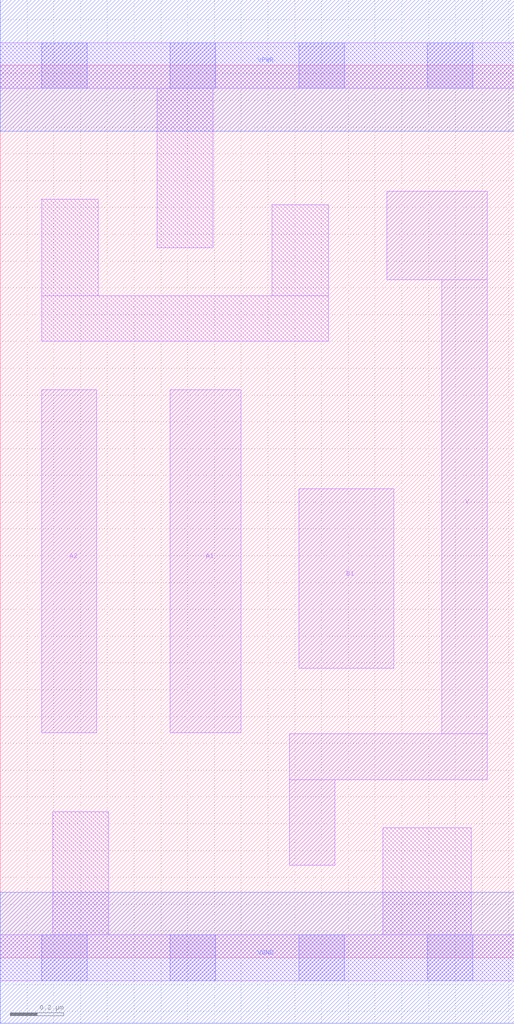
<source format=lef>
# Copyright 2020 The SkyWater PDK Authors
#
# Licensed under the Apache License, Version 2.0 (the "License");
# you may not use this file except in compliance with the License.
# You may obtain a copy of the License at
#
#     https://www.apache.org/licenses/LICENSE-2.0
#
# Unless required by applicable law or agreed to in writing, software
# distributed under the License is distributed on an "AS IS" BASIS,
# WITHOUT WARRANTIES OR CONDITIONS OF ANY KIND, either express or implied.
# See the License for the specific language governing permissions and
# limitations under the License.
#
# SPDX-License-Identifier: Apache-2.0

VERSION 5.7 ;
  NAMESCASESENSITIVE ON ;
  NOWIREEXTENSIONATPIN ON ;
  DIVIDERCHAR "/" ;
  BUSBITCHARS "[]" ;
UNITS
  DATABASE MICRONS 200 ;
END UNITS
MACRO sky130_fd_sc_lp__a21oi_m
  CLASS CORE ;
  SOURCE USER ;
  FOREIGN sky130_fd_sc_lp__a21oi_m ;
  ORIGIN  0.000000  0.000000 ;
  SIZE  1.920000 BY  3.330000 ;
  SYMMETRY X Y R90 ;
  SITE unit ;
  PIN A1
    ANTENNAGATEAREA  0.126000 ;
    DIRECTION INPUT ;
    USE SIGNAL ;
    PORT
      LAYER li1 ;
        RECT 0.635000 0.840000 0.900000 2.120000 ;
    END
  END A1
  PIN A2
    ANTENNAGATEAREA  0.126000 ;
    DIRECTION INPUT ;
    USE SIGNAL ;
    PORT
      LAYER li1 ;
        RECT 0.155000 0.840000 0.360000 2.120000 ;
    END
  END A2
  PIN B1
    ANTENNAGATEAREA  0.126000 ;
    DIRECTION INPUT ;
    USE SIGNAL ;
    PORT
      LAYER li1 ;
        RECT 1.115000 1.080000 1.470000 1.750000 ;
    END
  END B1
  PIN Y
    ANTENNADIFFAREA  0.260400 ;
    DIRECTION OUTPUT ;
    USE SIGNAL ;
    PORT
      LAYER li1 ;
        RECT 1.080000 0.345000 1.250000 0.665000 ;
        RECT 1.080000 0.665000 1.820000 0.835000 ;
        RECT 1.445000 2.530000 1.820000 2.860000 ;
        RECT 1.650000 0.835000 1.820000 2.530000 ;
    END
  END Y
  PIN VGND
    DIRECTION INOUT ;
    USE GROUND ;
    PORT
      LAYER met1 ;
        RECT 0.000000 -0.245000 1.920000 0.245000 ;
    END
  END VGND
  PIN VPWR
    DIRECTION INOUT ;
    USE POWER ;
    PORT
      LAYER met1 ;
        RECT 0.000000 3.085000 1.920000 3.575000 ;
    END
  END VPWR
  OBS
    LAYER li1 ;
      RECT 0.000000 -0.085000 1.920000 0.085000 ;
      RECT 0.000000  3.245000 1.920000 3.415000 ;
      RECT 0.155000  2.300000 1.225000 2.470000 ;
      RECT 0.155000  2.470000 0.365000 2.830000 ;
      RECT 0.195000  0.085000 0.405000 0.545000 ;
      RECT 0.585000  2.650000 0.795000 3.245000 ;
      RECT 1.015000  2.470000 1.225000 2.810000 ;
      RECT 1.430000  0.085000 1.760000 0.485000 ;
    LAYER mcon ;
      RECT 0.155000 -0.085000 0.325000 0.085000 ;
      RECT 0.155000  3.245000 0.325000 3.415000 ;
      RECT 0.635000 -0.085000 0.805000 0.085000 ;
      RECT 0.635000  3.245000 0.805000 3.415000 ;
      RECT 1.115000 -0.085000 1.285000 0.085000 ;
      RECT 1.115000  3.245000 1.285000 3.415000 ;
      RECT 1.595000 -0.085000 1.765000 0.085000 ;
      RECT 1.595000  3.245000 1.765000 3.415000 ;
  END
END sky130_fd_sc_lp__a21oi_m
END LIBRARY

</source>
